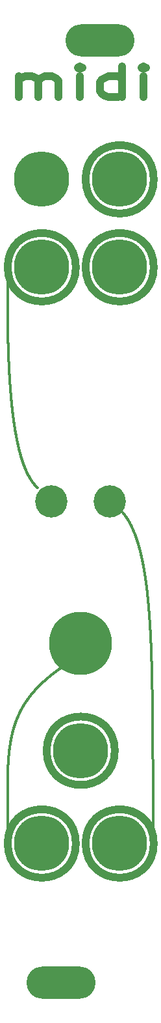
<source format=gts>
G04 #@! TF.GenerationSoftware,KiCad,Pcbnew,9.0.7*
G04 #@! TF.CreationDate,2026-01-04T21:32:23+01:00*
G04 #@! TF.ProjectId,board_F,626f6172-645f-4462-9e6b-696361645f70,rev?*
G04 #@! TF.SameCoordinates,Original*
G04 #@! TF.FileFunction,Soldermask,Top*
G04 #@! TF.FilePolarity,Negative*
%FSLAX46Y46*%
G04 Gerber Fmt 4.6, Leading zero omitted, Abs format (unit mm)*
G04 Created by KiCad (PCBNEW 9.0.7) date 2026-01-04 21:32:23*
%MOMM*%
%LPD*%
G01*
G04 APERTURE LIST*
%ADD10C,0.300000*%
%ADD11C,1.000000*%
%ADD12C,7.200000*%
%ADD13C,4.200000*%
%ADD14C,8.200000*%
%ADD15O,9.000000X4.200000*%
G04 APERTURE END LIST*
D10*
X147460000Y-120320000D02*
X147440728Y-120333355D01*
X147421490Y-120346709D01*
X147402307Y-120360051D01*
X147383159Y-120373392D01*
X147364064Y-120386721D01*
X147345005Y-120400049D01*
X147325999Y-120413364D01*
X147307027Y-120426680D01*
X147288109Y-120439983D01*
X147269225Y-120453285D01*
X147250394Y-120466575D01*
X147231598Y-120479866D01*
X147212854Y-120493143D01*
X147194145Y-120506421D01*
X147175488Y-120519686D01*
X147156865Y-120532951D01*
X147138294Y-120546204D01*
X147119757Y-120559457D01*
X147101271Y-120572698D01*
X147082820Y-120585939D01*
X147064420Y-120599168D01*
X147046054Y-120612398D01*
X147027739Y-120625615D01*
X147009457Y-120638832D01*
X146991226Y-120652038D01*
X146973029Y-120665244D01*
X146954882Y-120678438D01*
X146936769Y-120691632D01*
X146918706Y-120704814D01*
X146900676Y-120717998D01*
X146882696Y-120731169D01*
X146864749Y-120744341D01*
X146846852Y-120757501D01*
X146828988Y-120770662D01*
X146811173Y-120783811D01*
X146793391Y-120796961D01*
X146775659Y-120810099D01*
X146757958Y-120823238D01*
X146740307Y-120836366D01*
X146722689Y-120849495D01*
X146705118Y-120862612D01*
X146687581Y-120875730D01*
X146670091Y-120888837D01*
X146652634Y-120901944D01*
X146635225Y-120915041D01*
X146617848Y-120928138D01*
X146600519Y-120941224D01*
X146583222Y-120954312D01*
X146565973Y-120967388D01*
X146548755Y-120980465D01*
X146531585Y-120993532D01*
X146514446Y-121006599D01*
X146497355Y-121019656D01*
X146480295Y-121032714D01*
X146463281Y-121045761D01*
X146446300Y-121058809D01*
X146429365Y-121071847D01*
X146412461Y-121084886D01*
X146395603Y-121097914D01*
X146378777Y-121110944D01*
X146361997Y-121123963D01*
X146345248Y-121136983D01*
X146328544Y-121149993D01*
X146311872Y-121163005D01*
X146295245Y-121176006D01*
X146278649Y-121189008D01*
X146262098Y-121202001D01*
X146245578Y-121214995D01*
X146229102Y-121227979D01*
X146212658Y-121240964D01*
X146196258Y-121253939D01*
X146179889Y-121266915D01*
X146163564Y-121279882D01*
X146147270Y-121292851D01*
X146131020Y-121305809D01*
X146114800Y-121318769D01*
X146098624Y-121331720D01*
X146082479Y-121344672D01*
X146066377Y-121357615D01*
X146050305Y-121370558D01*
X146034276Y-121383493D01*
X146018278Y-121396429D01*
X146002323Y-121409357D01*
X145986398Y-121422285D01*
X145970515Y-121435205D01*
X145954663Y-121448125D01*
X145938853Y-121461038D01*
X145923072Y-121473951D01*
X145907335Y-121486856D01*
X145891627Y-121499762D01*
X145875960Y-121512660D01*
X145860324Y-121525559D01*
X145844729Y-121538449D01*
X145829164Y-121551341D01*
X145813641Y-121564225D01*
X145798147Y-121577110D01*
X145782694Y-121589987D01*
X145767271Y-121602865D01*
X145751888Y-121615735D01*
X145736535Y-121628607D01*
X145721223Y-121641471D01*
X145705940Y-121654336D01*
X145690697Y-121667193D01*
X145675484Y-121680052D01*
X145660310Y-121692903D01*
X145645166Y-121705756D01*
X145630062Y-121718601D01*
X145614987Y-121731447D01*
X145599951Y-121744286D01*
X145584945Y-121757127D01*
X145569978Y-121769960D01*
X145555040Y-121782794D01*
X145540141Y-121795622D01*
X145525271Y-121808451D01*
X145510439Y-121821273D01*
X145495637Y-121834096D01*
X145480873Y-121846912D01*
X145466138Y-121859730D01*
X145451441Y-121872541D01*
X145436773Y-121885354D01*
X145422143Y-121898160D01*
X145407542Y-121910967D01*
X145392978Y-121923768D01*
X145378443Y-121936570D01*
X145363946Y-121949366D01*
X145349477Y-121962164D01*
X145335045Y-121974955D01*
X145320642Y-121987747D01*
X145306276Y-122000534D01*
X145291938Y-122013322D01*
X145277638Y-122026104D01*
X145263365Y-122038887D01*
X145249129Y-122051664D01*
X145234921Y-122064444D01*
X145220750Y-122077217D01*
X145206607Y-122089992D01*
X145192500Y-122102760D01*
X145178421Y-122115531D01*
X145164378Y-122128296D01*
X145150362Y-122141063D01*
X145136383Y-122153824D01*
X145122432Y-122166587D01*
X145108516Y-122179344D01*
X145094628Y-122192103D01*
X145080775Y-122204857D01*
X145066950Y-122217613D01*
X145053160Y-122230363D01*
X145039397Y-122243115D01*
X145025670Y-122255862D01*
X145011969Y-122268610D01*
X144998304Y-122281354D01*
X144984666Y-122294099D01*
X144971063Y-122306840D01*
X144957487Y-122319582D01*
X144943945Y-122332320D01*
X144930430Y-122345059D01*
X144916950Y-122357794D01*
X144903497Y-122370531D01*
X144890078Y-122383263D01*
X144876685Y-122395997D01*
X144863327Y-122408726D01*
X144849995Y-122421458D01*
X144836697Y-122434185D01*
X144823426Y-122446914D01*
X144810188Y-122459638D01*
X144796977Y-122472365D01*
X144783799Y-122485088D01*
X144770648Y-122497813D01*
X144757529Y-122510533D01*
X144744438Y-122523256D01*
X144731379Y-122535974D01*
X144718346Y-122548695D01*
X144705347Y-122561412D01*
X144692373Y-122574131D01*
X144679432Y-122586846D01*
X144666518Y-122599563D01*
X144653635Y-122612277D01*
X144640779Y-122624993D01*
X144627955Y-122637705D01*
X144615157Y-122650420D01*
X144602391Y-122663131D01*
X144589651Y-122675844D01*
X144576943Y-122688554D01*
X144564260Y-122701267D01*
X144551610Y-122713975D01*
X144538985Y-122726687D01*
X144526391Y-122739395D01*
X144513823Y-122752106D01*
X144501287Y-122764813D01*
X144488776Y-122777523D01*
X144476296Y-122790230D01*
X144463842Y-122802939D01*
X144451418Y-122815646D01*
X144439020Y-122828355D01*
X144426653Y-122841061D01*
X144414311Y-122853769D01*
X144402000Y-122866475D01*
X144389714Y-122879184D01*
X144377458Y-122891890D01*
X144365228Y-122904598D01*
X144353028Y-122917304D01*
X144340853Y-122930013D01*
X144328708Y-122942719D01*
X144316588Y-122955428D01*
X144304498Y-122968135D01*
X144292432Y-122980845D01*
X144280397Y-122993552D01*
X144268386Y-123006262D01*
X144256405Y-123018970D01*
X144244449Y-123031680D01*
X144232522Y-123044389D01*
X144220620Y-123057100D01*
X144208748Y-123069810D01*
X144196899Y-123082522D01*
X144185080Y-123095233D01*
X144173286Y-123107947D01*
X144161520Y-123120658D01*
X144149779Y-123133373D01*
X144138066Y-123146086D01*
X144126378Y-123158803D01*
X144114719Y-123171517D01*
X144103084Y-123184235D01*
X144091477Y-123196951D01*
X144079894Y-123209671D01*
X144068340Y-123222389D01*
X144056810Y-123235110D01*
X144045308Y-123247830D01*
X144033830Y-123260553D01*
X144022380Y-123273275D01*
X144010954Y-123286000D01*
X143999556Y-123298724D01*
X143988182Y-123311452D01*
X143976835Y-123324178D01*
X143965513Y-123336908D01*
X143954217Y-123349637D01*
X143942946Y-123362369D01*
X143931702Y-123375101D01*
X143920482Y-123387836D01*
X143909289Y-123400570D01*
X143898119Y-123413308D01*
X143886977Y-123426045D01*
X143875858Y-123438785D01*
X143864766Y-123451526D01*
X143853697Y-123464269D01*
X143842655Y-123477013D01*
X143831637Y-123489760D01*
X143820645Y-123502507D01*
X143809677Y-123515257D01*
X143798735Y-123528007D01*
X143787816Y-123540761D01*
X143776923Y-123553515D01*
X143766054Y-123566272D01*
X143755211Y-123579030D01*
X143744391Y-123591791D01*
X143733597Y-123604552D01*
X143722827Y-123617317D01*
X143712082Y-123630083D01*
X143701360Y-123642852D01*
X143690663Y-123655622D01*
X143679990Y-123668395D01*
X143669342Y-123681169D01*
X143658717Y-123693947D01*
X143648118Y-123706726D01*
X143637541Y-123719508D01*
X143626990Y-123732291D01*
X143616461Y-123745078D01*
X143605958Y-123757866D01*
X143595477Y-123770658D01*
X143585021Y-123783451D01*
X143574588Y-123796247D01*
X143564180Y-123809046D01*
X143553794Y-123821847D01*
X143543433Y-123834651D01*
X143533094Y-123847458D01*
X143522780Y-123860266D01*
X143512489Y-123873079D01*
X143502221Y-123885893D01*
X143491977Y-123898711D01*
X143481756Y-123911531D01*
X143471558Y-123924355D01*
X143461384Y-123937181D01*
X143451232Y-123950010D01*
X143441104Y-123962842D01*
X143430999Y-123975677D01*
X143420917Y-123988515D01*
X143410858Y-124001357D01*
X143400822Y-124014201D01*
X143390809Y-124027049D01*
X143380818Y-124039900D01*
X143370850Y-124052755D01*
X143360906Y-124065612D01*
X143350983Y-124078473D01*
X143341084Y-124091337D01*
X143331207Y-124104205D01*
X143321352Y-124117076D01*
X143311520Y-124129951D01*
X143301711Y-124142829D01*
X143291924Y-124155711D01*
X143282159Y-124168596D01*
X143272416Y-124181485D01*
X143262696Y-124194378D01*
X143252998Y-124207275D01*
X143243323Y-124220175D01*
X143233669Y-124233079D01*
X143224037Y-124245987D01*
X143214428Y-124258899D01*
X143204840Y-124271815D01*
X143195275Y-124284735D01*
X143185731Y-124297658D01*
X143176209Y-124310586D01*
X143166709Y-124323518D01*
X143157231Y-124336454D01*
X143147774Y-124349395D01*
X143138339Y-124362339D01*
X143128926Y-124375288D01*
X143119535Y-124388241D01*
X143110164Y-124401199D01*
X143100816Y-124414160D01*
X143091489Y-124427127D01*
X143082183Y-124440097D01*
X143072899Y-124453073D01*
X143063636Y-124466052D01*
X143054394Y-124479037D01*
X143045174Y-124492025D01*
X143035974Y-124505019D01*
X143026796Y-124518017D01*
X143017639Y-124531021D01*
X143008503Y-124544028D01*
X142999388Y-124557042D01*
X142990295Y-124570059D01*
X142981221Y-124583082D01*
X142972170Y-124596109D01*
X142963138Y-124609142D01*
X142954128Y-124622179D01*
X142945138Y-124635222D01*
X142936170Y-124648270D01*
X142927221Y-124661323D01*
X142918294Y-124674381D01*
X142909387Y-124687445D01*
X142900501Y-124700513D01*
X142891635Y-124713588D01*
X142882790Y-124726667D01*
X142873965Y-124739752D01*
X142865161Y-124752842D01*
X142856377Y-124765939D01*
X142847613Y-124779040D01*
X142838870Y-124792147D01*
X142830147Y-124805260D01*
X142821444Y-124818379D01*
X142812761Y-124831502D01*
X142804098Y-124844633D01*
X142795456Y-124857768D01*
X142786834Y-124870911D01*
X142778232Y-124884058D01*
X142769649Y-124897212D01*
X142761087Y-124910371D01*
X142752544Y-124923538D01*
X142744022Y-124936709D01*
X142735519Y-124949887D01*
X142727036Y-124963071D01*
X142710129Y-124989458D01*
X142693301Y-125015870D01*
X142676552Y-125042308D01*
X142659880Y-125068772D01*
X142643287Y-125095263D01*
X142626771Y-125121780D01*
X142610332Y-125148325D01*
X142593970Y-125174897D01*
X142577685Y-125201497D01*
X142561477Y-125228125D01*
X142545344Y-125254782D01*
X142529287Y-125281468D01*
X142513306Y-125308183D01*
X142497401Y-125334929D01*
X142481570Y-125361704D01*
X142465814Y-125388511D01*
X142450133Y-125415348D01*
X142434526Y-125442216D01*
X142418992Y-125469117D01*
X142403533Y-125496050D01*
X142388147Y-125523015D01*
X142372834Y-125550013D01*
X142357594Y-125577045D01*
X142342427Y-125604111D01*
X142327332Y-125631211D01*
X142312310Y-125658346D01*
X142297359Y-125685516D01*
X142282480Y-125712721D01*
X142267672Y-125739963D01*
X142252936Y-125767241D01*
X142238271Y-125794555D01*
X142223676Y-125821908D01*
X142209152Y-125849297D01*
X142194698Y-125876725D01*
X142180315Y-125904192D01*
X142166001Y-125931697D01*
X142151756Y-125959242D01*
X142137581Y-125986827D01*
X142123475Y-126014453D01*
X142109438Y-126042119D01*
X142095470Y-126069827D01*
X142081570Y-126097576D01*
X142067738Y-126125368D01*
X142053975Y-126153203D01*
X142040279Y-126181080D01*
X142026651Y-126209002D01*
X142013090Y-126236968D01*
X141999596Y-126264978D01*
X141986170Y-126293033D01*
X141972810Y-126321135D01*
X141959517Y-126349282D01*
X141946290Y-126377476D01*
X141933129Y-126405717D01*
X141920035Y-126434006D01*
X141907006Y-126462343D01*
X141894043Y-126490729D01*
X141881145Y-126519164D01*
X141868312Y-126547648D01*
X141855545Y-126576183D01*
X141842842Y-126604769D01*
X141830204Y-126633406D01*
X141817630Y-126662095D01*
X141805121Y-126690837D01*
X141792676Y-126719631D01*
X141780295Y-126748479D01*
X141767978Y-126777382D01*
X141755724Y-126806338D01*
X141743534Y-126835350D01*
X141731407Y-126864418D01*
X141719343Y-126893543D01*
X141707342Y-126922724D01*
X141695404Y-126951963D01*
X141683529Y-126981260D01*
X141671716Y-127010615D01*
X141659965Y-127040030D01*
X141648276Y-127069505D01*
X141636650Y-127099041D01*
X141625085Y-127128638D01*
X141613582Y-127158297D01*
X141602140Y-127188018D01*
X141590760Y-127217802D01*
X141579441Y-127247650D01*
X141568183Y-127277562D01*
X141556986Y-127307540D01*
X141545850Y-127337583D01*
X141534775Y-127367692D01*
X141523760Y-127397869D01*
X141512806Y-127428113D01*
X141501911Y-127458426D01*
X141491077Y-127488808D01*
X141480303Y-127519259D01*
X141469589Y-127549781D01*
X141458935Y-127580375D01*
X141448340Y-127611040D01*
X141437804Y-127641778D01*
X141427328Y-127672589D01*
X141416912Y-127703475D01*
X141406554Y-127734435D01*
X141396255Y-127765471D01*
X141386015Y-127796584D01*
X141375834Y-127827773D01*
X141365712Y-127859041D01*
X141355648Y-127890387D01*
X141345643Y-127921813D01*
X141335696Y-127953320D01*
X141325807Y-127984907D01*
X141315976Y-128016577D01*
X141306204Y-128048329D01*
X141296489Y-128080165D01*
X141286832Y-128112086D01*
X141277233Y-128144092D01*
X141267691Y-128176184D01*
X141258207Y-128208363D01*
X141248780Y-128240630D01*
X141239410Y-128272987D01*
X141230098Y-128305433D01*
X141220843Y-128337970D01*
X141211645Y-128370598D01*
X141202504Y-128403320D01*
X141193420Y-128436134D01*
X141184392Y-128469044D01*
X141175421Y-128502049D01*
X141166507Y-128535150D01*
X141157650Y-128568349D01*
X141148849Y-128601646D01*
X141140104Y-128635043D01*
X141131416Y-128668541D01*
X141122783Y-128702140D01*
X141114207Y-128735842D01*
X141105687Y-128769647D01*
X141097224Y-128803558D01*
X141088816Y-128837575D01*
X141080463Y-128871698D01*
X141072167Y-128905930D01*
X141063927Y-128940271D01*
X141055742Y-128974723D01*
X141047613Y-129009286D01*
X141039539Y-129043963D01*
X141031521Y-129078753D01*
X141023559Y-129113659D01*
X141015651Y-129148682D01*
X141007800Y-129183822D01*
X141000003Y-129219081D01*
X140992262Y-129254461D01*
X140984576Y-129289963D01*
X140976945Y-129325588D01*
X140969369Y-129361337D01*
X140961848Y-129397212D01*
X140954382Y-129433214D01*
X140946971Y-129469345D01*
X140939616Y-129505606D01*
X140932315Y-129541999D01*
X140925068Y-129578524D01*
X140917877Y-129615185D01*
X140910741Y-129651981D01*
X140903659Y-129688914D01*
X140896632Y-129725987D01*
X140889659Y-129763201D01*
X140882742Y-129800557D01*
X140875878Y-129838057D01*
X140869070Y-129875703D01*
X140862316Y-129913496D01*
X140855617Y-129951439D01*
X140848972Y-129989532D01*
X140842381Y-130027778D01*
X140835846Y-130066179D01*
X140829364Y-130104736D01*
X140822937Y-130143452D01*
X140816565Y-130182327D01*
X140810247Y-130221365D01*
X140803983Y-130260567D01*
X140797774Y-130299935D01*
X140791619Y-130339471D01*
X140785518Y-130379178D01*
X140779472Y-130419057D01*
X140773480Y-130459111D01*
X140767543Y-130499342D01*
X140761660Y-130539751D01*
X140755831Y-130580343D01*
X140750057Y-130621118D01*
X140744337Y-130662079D01*
X140738671Y-130703229D01*
X140733060Y-130744569D01*
X140727503Y-130786104D01*
X140722001Y-130827834D01*
X140716553Y-130869764D01*
X140711159Y-130911895D01*
X140705820Y-130954230D01*
X140700535Y-130996773D01*
X140695305Y-131039525D01*
X140690129Y-131082490D01*
X140685007Y-131125672D01*
X140679941Y-131169072D01*
X140674928Y-131212694D01*
X140669971Y-131256542D01*
X140665067Y-131300618D01*
X140660219Y-131344926D01*
X140655425Y-131389469D01*
X140650686Y-131434251D01*
X140646001Y-131479276D01*
X140641371Y-131524547D01*
X140636796Y-131570067D01*
X140632276Y-131615842D01*
X140627811Y-131661874D01*
X140623400Y-131708167D01*
X140619044Y-131754727D01*
X140614744Y-131801556D01*
X140610498Y-131848661D01*
X140606308Y-131896044D01*
X140602173Y-131943711D01*
X140598092Y-131991666D01*
X140594068Y-132039914D01*
X140590098Y-132088460D01*
X140586184Y-132137310D01*
X140582325Y-132186469D01*
X140578521Y-132235941D01*
X140574774Y-132285733D01*
X140571081Y-132335851D01*
X140567445Y-132386299D01*
X140563864Y-132437085D01*
X140560339Y-132488215D01*
X140556870Y-132539696D01*
X140553457Y-132591533D01*
X140550101Y-132643734D01*
X140546800Y-132696306D01*
X140543555Y-132749256D01*
X140540367Y-132802593D01*
X140537236Y-132856323D01*
X140534161Y-132910456D01*
X140531142Y-132964999D01*
X140528181Y-133019962D01*
X140525276Y-133075353D01*
X140522428Y-133131182D01*
X140519637Y-133187458D01*
X140516904Y-133244193D01*
X140514228Y-133301396D01*
X140511609Y-133359078D01*
X140509048Y-133417251D01*
X140506545Y-133475927D01*
X140504100Y-133535118D01*
X140501713Y-133594838D01*
X140499384Y-133655099D01*
X140497113Y-133715915D01*
X140494901Y-133777303D01*
X140492748Y-133839276D01*
X140490654Y-133901851D01*
X140488619Y-133965045D01*
X140486643Y-134028877D01*
X140484726Y-134093364D01*
X140482870Y-134158527D01*
X140481073Y-134224385D01*
X140479336Y-134290962D01*
X140477660Y-134358280D01*
X140476045Y-134426364D01*
X140474491Y-134495239D01*
X140472997Y-134564933D01*
X140471566Y-134635475D01*
X140470196Y-134706896D01*
X140468889Y-134779230D01*
X140467644Y-134852511D01*
X140466462Y-134926777D01*
X140465343Y-135002069D01*
X140464289Y-135078431D01*
X140463298Y-135155908D01*
X140462372Y-135234553D01*
X140461512Y-135314419D01*
X140460717Y-135395565D01*
X140459988Y-135478058D01*
X140459327Y-135561967D01*
X140458733Y-135647371D01*
X140458208Y-135734354D01*
X140457752Y-135823011D01*
X140457367Y-135913448D01*
X140457053Y-136005780D01*
X140456811Y-136100140D01*
X140456643Y-136196677D01*
X140456551Y-136295558D01*
X140456535Y-136396978D01*
X140456598Y-136501161D01*
X140456742Y-136608367D01*
X140456970Y-136718904D01*
X140457284Y-136833141D01*
X140457688Y-136951525D01*
X140458187Y-137074607D01*
X140458787Y-137203083D01*
X140459494Y-137337854D01*
X140460319Y-137480125D01*
X140461275Y-137631572D01*
X140462382Y-137794666D01*
X140463671Y-137973335D01*
X140465198Y-138174602D01*
X140467085Y-138413751D01*
X140469412Y-138701778D01*
X140471531Y-138963774D01*
X140473622Y-139228048D01*
X140474644Y-139361047D01*
X140475643Y-139494624D01*
X140476612Y-139628782D01*
X140477547Y-139763525D01*
X140478441Y-139898854D01*
X140479290Y-140034773D01*
X140480087Y-140171284D01*
X140480827Y-140308391D01*
X140481504Y-140446097D01*
X140482113Y-140584403D01*
X140482648Y-140723314D01*
X140482886Y-140792997D01*
X140483104Y-140862832D01*
X140483300Y-140932819D01*
X140483474Y-141002959D01*
X140483626Y-141073253D01*
X140483754Y-141143700D01*
X140483858Y-141214300D01*
X140483937Y-141285055D01*
X140483991Y-141355965D01*
X140484018Y-141427029D01*
X140484019Y-141498249D01*
X140483992Y-141569625D01*
X140483937Y-141641156D01*
X140483853Y-141712844D01*
X140483739Y-141784689D01*
X140483594Y-141856691D01*
X140483419Y-141928850D01*
X140483212Y-142001168D01*
X140482972Y-142073643D01*
X140482699Y-142146277D01*
X140482392Y-142219070D01*
X140482051Y-142292022D01*
X140481674Y-142365134D01*
X140481262Y-142438405D01*
X140480812Y-142511837D01*
X140480325Y-142585430D01*
X140479800Y-142659184D01*
X140479237Y-142733099D01*
X140478633Y-142807176D01*
X140477990Y-142881415D01*
X140477306Y-142955817D01*
X140476580Y-143030381D01*
X140475811Y-143105109D01*
X140475000Y-143180000D01*
D11*
X154445000Y-131115000D02*
G75*
G02*
X145555000Y-131115000I-4445000J0D01*
G01*
X145555000Y-131115000D02*
G75*
G02*
X154445000Y-131115000I4445000J0D01*
G01*
X159525000Y-68250000D02*
G75*
G02*
X150635000Y-68250000I-4445000J0D01*
G01*
X150635000Y-68250000D02*
G75*
G02*
X159525000Y-68250000I4445000J0D01*
G01*
X159525000Y-143180000D02*
G75*
G02*
X150635000Y-143180000I-4445000J0D01*
G01*
X150635000Y-143180000D02*
G75*
G02*
X159525000Y-143180000I4445000J0D01*
G01*
D10*
X140475000Y-68250000D02*
X140474035Y-68347479D01*
X140473091Y-68444962D01*
X140472179Y-68541157D01*
X140471287Y-68637354D01*
X140470427Y-68732322D01*
X140469587Y-68827291D01*
X140468778Y-68921087D01*
X140467989Y-69014882D01*
X140467229Y-69107555D01*
X140466490Y-69200225D01*
X140465779Y-69291820D01*
X140465089Y-69383411D01*
X140464426Y-69473970D01*
X140463784Y-69564523D01*
X140463169Y-69654084D01*
X140462574Y-69743638D01*
X140462006Y-69832238D01*
X140461458Y-69920829D01*
X140460935Y-70008501D01*
X140460433Y-70096162D01*
X140459956Y-70182937D01*
X140459500Y-70269700D01*
X140459068Y-70355606D01*
X140458656Y-70441500D01*
X140458268Y-70526566D01*
X140457901Y-70611618D01*
X140457557Y-70695868D01*
X140457233Y-70780103D01*
X140456933Y-70863562D01*
X140456653Y-70947005D01*
X140456395Y-71029696D01*
X140456157Y-71112369D01*
X140455942Y-71194311D01*
X140455747Y-71276236D01*
X140455574Y-71357451D01*
X140455420Y-71438647D01*
X140455289Y-71519153D01*
X140455177Y-71599640D01*
X140455087Y-71679456D01*
X140455016Y-71759251D01*
X140454967Y-71838393D01*
X140454937Y-71917514D01*
X140454928Y-71995998D01*
X140454939Y-72074461D01*
X140454970Y-72152302D01*
X140455021Y-72230122D01*
X140455092Y-72307336D01*
X140455182Y-72384527D01*
X140455293Y-72461128D01*
X140455423Y-72537704D01*
X140455572Y-72613704D01*
X140455742Y-72689679D01*
X140455930Y-72765091D01*
X140456139Y-72840478D01*
X140456366Y-72915313D01*
X140456613Y-72990123D01*
X140456878Y-73064394D01*
X140457163Y-73138640D01*
X140457467Y-73212357D01*
X140457790Y-73286048D01*
X140458131Y-73359223D01*
X140458492Y-73432370D01*
X140458871Y-73505012D01*
X140459270Y-73577626D01*
X140459686Y-73649745D01*
X140460122Y-73721836D01*
X140460575Y-73793440D01*
X140461048Y-73865017D01*
X140461538Y-73936117D01*
X140462048Y-74007188D01*
X140462575Y-74077791D01*
X140463122Y-74148365D01*
X140463685Y-74218481D01*
X140464268Y-74288567D01*
X140464867Y-74358202D01*
X140465486Y-74427807D01*
X140466121Y-74496970D01*
X140466776Y-74566102D01*
X140467447Y-74634800D01*
X140468138Y-74703467D01*
X140468844Y-74771707D01*
X140469571Y-74839916D01*
X140470313Y-74907705D01*
X140471074Y-74975462D01*
X140471852Y-75042807D01*
X140472648Y-75110119D01*
X140473461Y-75177026D01*
X140474292Y-75243900D01*
X140475139Y-75310375D01*
X140476006Y-75376817D01*
X140476887Y-75442866D01*
X140477788Y-75508882D01*
X140478704Y-75574511D01*
X140479640Y-75640107D01*
X140480590Y-75705321D01*
X140481560Y-75770503D01*
X140482544Y-75835308D01*
X140483548Y-75900080D01*
X140484566Y-75964483D01*
X140485604Y-76028851D01*
X140486656Y-76092854D01*
X140487727Y-76156824D01*
X140488813Y-76220434D01*
X140489918Y-76284010D01*
X140491037Y-76347231D01*
X140492175Y-76410418D01*
X140493327Y-76473256D01*
X140494499Y-76536058D01*
X140495684Y-76598517D01*
X140496889Y-76660939D01*
X140498107Y-76723023D01*
X140499344Y-76785070D01*
X140500595Y-76846783D01*
X140501865Y-76908460D01*
X140503149Y-76969806D01*
X140504452Y-77031116D01*
X140505768Y-77092099D01*
X140507103Y-77153047D01*
X140508451Y-77213672D01*
X140509819Y-77274261D01*
X140511199Y-77334531D01*
X140512599Y-77394765D01*
X140514011Y-77454685D01*
X140515443Y-77514568D01*
X140516887Y-77574140D01*
X140518350Y-77633676D01*
X140519826Y-77692905D01*
X140521321Y-77752097D01*
X140522829Y-77810986D01*
X140524356Y-77869838D01*
X140525894Y-77928390D01*
X140527452Y-77986905D01*
X140529023Y-78045123D01*
X140530612Y-78103305D01*
X140532213Y-78161193D01*
X140533834Y-78219045D01*
X140535466Y-78276606D01*
X140537117Y-78334130D01*
X140538780Y-78391368D01*
X140540462Y-78448568D01*
X140542156Y-78505486D01*
X140543869Y-78562365D01*
X140545594Y-78618964D01*
X140547337Y-78675525D01*
X140549092Y-78731809D01*
X140550866Y-78788055D01*
X140552651Y-78844028D01*
X140554455Y-78899961D01*
X140556270Y-78955624D01*
X140558104Y-79011249D01*
X140559950Y-79066605D01*
X140561814Y-79121922D01*
X140563689Y-79176975D01*
X140565583Y-79231988D01*
X140567488Y-79286739D01*
X140569412Y-79341451D01*
X140571347Y-79395903D01*
X140573300Y-79450316D01*
X140575264Y-79504471D01*
X140577247Y-79558588D01*
X140579241Y-79612449D01*
X140581253Y-79666272D01*
X140583276Y-79719842D01*
X140585317Y-79773373D01*
X140587369Y-79826654D01*
X140589440Y-79879896D01*
X140591521Y-79932890D01*
X140593620Y-79985845D01*
X140595730Y-80038554D01*
X140597858Y-80091224D01*
X140599997Y-80143651D01*
X140602154Y-80196039D01*
X140604321Y-80248186D01*
X140606506Y-80300293D01*
X140608702Y-80352162D01*
X140610916Y-80403991D01*
X140613140Y-80455584D01*
X140615383Y-80507137D01*
X140617635Y-80558456D01*
X140619905Y-80609735D01*
X140622186Y-80660783D01*
X140624484Y-80711790D01*
X140626793Y-80762567D01*
X140629119Y-80813304D01*
X140631456Y-80863814D01*
X140633810Y-80914283D01*
X140636174Y-80964526D01*
X140638556Y-81014729D01*
X140640948Y-81064709D01*
X140643357Y-81114648D01*
X140645776Y-81164364D01*
X140648214Y-81214041D01*
X140650660Y-81263498D01*
X140653125Y-81312914D01*
X140655598Y-81362112D01*
X140658090Y-81411269D01*
X140660591Y-81460210D01*
X140663110Y-81509111D01*
X140665638Y-81557797D01*
X140668184Y-81606442D01*
X140670738Y-81654875D01*
X140673311Y-81703267D01*
X140675893Y-81751448D01*
X140678492Y-81799588D01*
X140681100Y-81847519D01*
X140683727Y-81895409D01*
X140686361Y-81943091D01*
X140689014Y-81990733D01*
X140691675Y-82038168D01*
X140694354Y-82085563D01*
X140697042Y-82132753D01*
X140699747Y-82179903D01*
X140702461Y-82226850D01*
X140705192Y-82273756D01*
X140707932Y-82320460D01*
X140710689Y-82367124D01*
X140713455Y-82413588D01*
X140716238Y-82460011D01*
X140719030Y-82506236D01*
X140721839Y-82552420D01*
X140724656Y-82598408D01*
X140727491Y-82644354D01*
X140730334Y-82690105D01*
X140733195Y-82735816D01*
X140736063Y-82781332D01*
X140738949Y-82826808D01*
X140741843Y-82872091D01*
X140744754Y-82917333D01*
X140747673Y-82962385D01*
X140750609Y-83007395D01*
X140753554Y-83052216D01*
X140756515Y-83096996D01*
X140759484Y-83141588D01*
X140762471Y-83186139D01*
X140765465Y-83230503D01*
X140768477Y-83274826D01*
X140771496Y-83318963D01*
X140774532Y-83363060D01*
X140777575Y-83406972D01*
X140780636Y-83450844D01*
X140783704Y-83494532D01*
X140786790Y-83538180D01*
X140789883Y-83581646D01*
X140792992Y-83625071D01*
X140796109Y-83668315D01*
X140799244Y-83711519D01*
X140802385Y-83754544D01*
X140805543Y-83797528D01*
X140808709Y-83840333D01*
X140811891Y-83883098D01*
X140815081Y-83925687D01*
X140818287Y-83968234D01*
X140821500Y-84010606D01*
X140824731Y-84052937D01*
X140827968Y-84095094D01*
X140831222Y-84137209D01*
X140834483Y-84179152D01*
X140837760Y-84221054D01*
X140841045Y-84262784D01*
X140844346Y-84304473D01*
X140847654Y-84345991D01*
X140850978Y-84387469D01*
X140854309Y-84428776D01*
X140857657Y-84470043D01*
X140861012Y-84511141D01*
X140864383Y-84552199D01*
X140867760Y-84593089D01*
X140871155Y-84633938D01*
X140874555Y-84674621D01*
X140877973Y-84715263D01*
X140881396Y-84755739D01*
X140884836Y-84796175D01*
X140888282Y-84836447D01*
X140891745Y-84876678D01*
X140895214Y-84916746D01*
X140898700Y-84956773D01*
X140902191Y-84996638D01*
X140905699Y-85036462D01*
X140909213Y-85076125D01*
X140912744Y-85115747D01*
X140916280Y-85155210D01*
X140919833Y-85194631D01*
X140923391Y-85233894D01*
X140926966Y-85273116D01*
X140930547Y-85312179D01*
X140934144Y-85351203D01*
X140937747Y-85390069D01*
X140941366Y-85428894D01*
X140944991Y-85467563D01*
X140948632Y-85506192D01*
X140952278Y-85544666D01*
X140955941Y-85583099D01*
X140959609Y-85621378D01*
X140963294Y-85659616D01*
X140966983Y-85697701D01*
X140970689Y-85735745D01*
X140974401Y-85773637D01*
X140978128Y-85811489D01*
X140981861Y-85849189D01*
X140985610Y-85886849D01*
X140989364Y-85924359D01*
X140993134Y-85961828D01*
X140996909Y-85999147D01*
X141000700Y-86036426D01*
X141004496Y-86073556D01*
X141008308Y-86110646D01*
X141012126Y-86147588D01*
X141015959Y-86184490D01*
X141019797Y-86221245D01*
X141023651Y-86257960D01*
X141027509Y-86294528D01*
X141031384Y-86331057D01*
X141035264Y-86367440D01*
X141039159Y-86403783D01*
X141043059Y-86439982D01*
X141046975Y-86476140D01*
X141050895Y-86512155D01*
X141054831Y-86548130D01*
X141058772Y-86583962D01*
X141062728Y-86619754D01*
X141066689Y-86655404D01*
X141070666Y-86691015D01*
X141074647Y-86726484D01*
X141078644Y-86761913D01*
X141082645Y-86797202D01*
X141086661Y-86832451D01*
X141090682Y-86867560D01*
X141094719Y-86902630D01*
X141098760Y-86937561D01*
X141102816Y-86972452D01*
X141106876Y-87007206D01*
X141110952Y-87041919D01*
X141115032Y-87076496D01*
X141119128Y-87111033D01*
X141123227Y-87145433D01*
X141127342Y-87179794D01*
X141131461Y-87214019D01*
X141135596Y-87248205D01*
X141139734Y-87282255D01*
X141143887Y-87316267D01*
X141148045Y-87350144D01*
X141152218Y-87383982D01*
X141156394Y-87417686D01*
X141160586Y-87451351D01*
X141164781Y-87484883D01*
X141168992Y-87518376D01*
X141173206Y-87551737D01*
X141177436Y-87585059D01*
X141181669Y-87618249D01*
X141185917Y-87651401D01*
X141190169Y-87684422D01*
X141194436Y-87717404D01*
X141198706Y-87750255D01*
X141202991Y-87783068D01*
X141207280Y-87815752D01*
X141211584Y-87848397D01*
X141215891Y-87880913D01*
X141220213Y-87913391D01*
X141224539Y-87945741D01*
X141228879Y-87978051D01*
X141233223Y-88010235D01*
X141237581Y-88042380D01*
X141241943Y-88074399D01*
X141246319Y-88106379D01*
X141250699Y-88138233D01*
X141255093Y-88170049D01*
X141259491Y-88201739D01*
X141263903Y-88233391D01*
X141268318Y-88264919D01*
X141272748Y-88296408D01*
X141277181Y-88327774D01*
X141281628Y-88359100D01*
X141286079Y-88390304D01*
X141290544Y-88421470D01*
X141295012Y-88452513D01*
X141299494Y-88483518D01*
X141303979Y-88514401D01*
X141308479Y-88545245D01*
X141312982Y-88575969D01*
X141317499Y-88606654D01*
X141322018Y-88637219D01*
X141326552Y-88667746D01*
X141331089Y-88698153D01*
X141335640Y-88728522D01*
X141340194Y-88758772D01*
X141344762Y-88788983D01*
X141349332Y-88819076D01*
X141353917Y-88849131D01*
X141358504Y-88879068D01*
X141363106Y-88908968D01*
X141367710Y-88938750D01*
X141372328Y-88968494D01*
X141376949Y-88998121D01*
X141381583Y-89027711D01*
X141386220Y-89057184D01*
X141390872Y-89086620D01*
X141395525Y-89115940D01*
X141400192Y-89145223D01*
X141404862Y-89174390D01*
X141409546Y-89203520D01*
X141414231Y-89232536D01*
X141418931Y-89261514D01*
X141423633Y-89290379D01*
X141428349Y-89319206D01*
X141433067Y-89347920D01*
X141437799Y-89376597D01*
X141442532Y-89405161D01*
X141447280Y-89433687D01*
X141452029Y-89462102D01*
X141456793Y-89490480D01*
X141461558Y-89518746D01*
X141466337Y-89546975D01*
X141471118Y-89575093D01*
X141475912Y-89603174D01*
X141480709Y-89631144D01*
X141485519Y-89659078D01*
X141490330Y-89686902D01*
X141495156Y-89714689D01*
X141499983Y-89742367D01*
X141504823Y-89770008D01*
X141509666Y-89797540D01*
X141514522Y-89825036D01*
X141519379Y-89852423D01*
X141524250Y-89879774D01*
X141529122Y-89907018D01*
X141534008Y-89934224D01*
X141538895Y-89961324D01*
X141543796Y-89988387D01*
X141548698Y-90015343D01*
X141553614Y-90042264D01*
X141558530Y-90069078D01*
X141563461Y-90095856D01*
X141568392Y-90122528D01*
X141573337Y-90149164D01*
X141578283Y-90175695D01*
X141583243Y-90202190D01*
X141588203Y-90228581D01*
X141593177Y-90254935D01*
X141598152Y-90281186D01*
X141603140Y-90307401D01*
X141608129Y-90333512D01*
X141613131Y-90359587D01*
X141618135Y-90385559D01*
X141623151Y-90411496D01*
X141628168Y-90437330D01*
X141633199Y-90463128D01*
X141638230Y-90488825D01*
X141643275Y-90514486D01*
X141648320Y-90540045D01*
X141653379Y-90565569D01*
X141658438Y-90590992D01*
X141663510Y-90616379D01*
X141668583Y-90641667D01*
X141673668Y-90666918D01*
X141678755Y-90692070D01*
X141683854Y-90717186D01*
X141688954Y-90742203D01*
X141694067Y-90767185D01*
X141699180Y-90792068D01*
X141704307Y-90816915D01*
X141709434Y-90841665D01*
X141714573Y-90866379D01*
X141719713Y-90890995D01*
X141724866Y-90915576D01*
X141730019Y-90940060D01*
X141735185Y-90964508D01*
X141740352Y-90988860D01*
X141745531Y-91013177D01*
X141750710Y-91037397D01*
X141755902Y-91061583D01*
X141761094Y-91085673D01*
X141766299Y-91109727D01*
X141771504Y-91133687D01*
X141776722Y-91157611D01*
X141781939Y-91181441D01*
X141787170Y-91205236D01*
X141792400Y-91228936D01*
X141797643Y-91252602D01*
X141802886Y-91276174D01*
X141808142Y-91299711D01*
X141813397Y-91323155D01*
X141818665Y-91346565D01*
X141823933Y-91369881D01*
X141829213Y-91393163D01*
X141834493Y-91416352D01*
X141839785Y-91439507D01*
X141845078Y-91462570D01*
X141850382Y-91485598D01*
X141855687Y-91508535D01*
X141861003Y-91531438D01*
X141866320Y-91554249D01*
X141871649Y-91577026D01*
X141876977Y-91599713D01*
X141882318Y-91622366D01*
X141887658Y-91644928D01*
X141893010Y-91667456D01*
X141898362Y-91689895D01*
X141903726Y-91712299D01*
X141909090Y-91734614D01*
X141914466Y-91756896D01*
X141919841Y-91779088D01*
X141925229Y-91801246D01*
X141930615Y-91823317D01*
X141936014Y-91845353D01*
X141941412Y-91867301D01*
X141946823Y-91889216D01*
X141952232Y-91911043D01*
X141957654Y-91932837D01*
X141963074Y-91954543D01*
X141968507Y-91976216D01*
X141973939Y-91997802D01*
X141979383Y-92019355D01*
X141984826Y-92040821D01*
X141990281Y-92062254D01*
X141995735Y-92083602D01*
X142001201Y-92104916D01*
X142006666Y-92126144D01*
X142012143Y-92147340D01*
X142017619Y-92168450D01*
X142023107Y-92189527D01*
X142028593Y-92210520D01*
X142034092Y-92231480D01*
X142039589Y-92252355D01*
X142045098Y-92273198D01*
X142050606Y-92293956D01*
X142056126Y-92314682D01*
X142061644Y-92335325D01*
X142067174Y-92355935D01*
X142072703Y-92376461D01*
X142078244Y-92396956D01*
X142083783Y-92417367D01*
X142089334Y-92437746D01*
X142094883Y-92458043D01*
X142100444Y-92478307D01*
X142106004Y-92498490D01*
X142111575Y-92518640D01*
X142117145Y-92538709D01*
X142122727Y-92558745D01*
X142128306Y-92578701D01*
X142133898Y-92598624D01*
X142139487Y-92618467D01*
X142145089Y-92638277D01*
X142150688Y-92658007D01*
X142156300Y-92677706D01*
X142161909Y-92697324D01*
X142167530Y-92716910D01*
X142173149Y-92736418D01*
X142178780Y-92755893D01*
X142184409Y-92775289D01*
X142190049Y-92794653D01*
X142195687Y-92813939D01*
X142201337Y-92833193D01*
X142206985Y-92852369D01*
X142212644Y-92871513D01*
X142218301Y-92890579D01*
X142223970Y-92909614D01*
X142229637Y-92928571D01*
X142235315Y-92947496D01*
X142240990Y-92966345D01*
X142246678Y-92985162D01*
X142252363Y-93003903D01*
X142258059Y-93022612D01*
X142263753Y-93041245D01*
X142269459Y-93059846D01*
X142275162Y-93078372D01*
X142280876Y-93096867D01*
X142286588Y-93115286D01*
X142292312Y-93133673D01*
X142298033Y-93151986D01*
X142303765Y-93170268D01*
X142309495Y-93188475D01*
X142315236Y-93206650D01*
X142320974Y-93224752D01*
X142326724Y-93242823D01*
X142332471Y-93260819D01*
X142338230Y-93278785D01*
X142343986Y-93296677D01*
X142349752Y-93314538D01*
X142355517Y-93332326D01*
X142361292Y-93350084D01*
X142367065Y-93367768D01*
X142372849Y-93385422D01*
X142378630Y-93403004D01*
X142384422Y-93420554D01*
X142390212Y-93438033D01*
X142396012Y-93455481D01*
X142401810Y-93472858D01*
X142407619Y-93490204D01*
X142413424Y-93507479D01*
X142419241Y-93524723D01*
X142425055Y-93541896D01*
X142430880Y-93559039D01*
X142436702Y-93576112D01*
X142442535Y-93593154D01*
X142448365Y-93610126D01*
X142454206Y-93627067D01*
X142460043Y-93643939D01*
X142465892Y-93660781D01*
X142471738Y-93677553D01*
X142477594Y-93694295D01*
X142483448Y-93710968D01*
X142489312Y-93727611D01*
X142495173Y-93744186D01*
X142501045Y-93760730D01*
X142506913Y-93777206D01*
X142512793Y-93793652D01*
X142518669Y-93810030D01*
X142524556Y-93826378D01*
X142530440Y-93842659D01*
X142536334Y-93858910D01*
X142542225Y-93875093D01*
X142548127Y-93891247D01*
X142554025Y-93907334D01*
X142559934Y-93923391D01*
X142565840Y-93939381D01*
X142571756Y-93955342D01*
X142577669Y-93971237D01*
X142583593Y-93987102D01*
X142589513Y-94002902D01*
X142595444Y-94018672D01*
X142601371Y-94034376D01*
X142607308Y-94050051D01*
X142613243Y-94065661D01*
X142619187Y-94081242D01*
X142625129Y-94096757D01*
X142631080Y-94112244D01*
X142637028Y-94127666D01*
X142642987Y-94143059D01*
X142648942Y-94158387D01*
X142654907Y-94173687D01*
X142660869Y-94188923D01*
X142666841Y-94204129D01*
X142672809Y-94219272D01*
X142678788Y-94234387D01*
X142684763Y-94249438D01*
X142690748Y-94264460D01*
X142696730Y-94279419D01*
X142702722Y-94294350D01*
X142708710Y-94309218D01*
X142714709Y-94324058D01*
X142720703Y-94338835D01*
X142726708Y-94353583D01*
X142732709Y-94368270D01*
X142738721Y-94382928D01*
X142744728Y-94397525D01*
X142750746Y-94412093D01*
X142756759Y-94426600D01*
X142762783Y-94441078D01*
X142768803Y-94455496D01*
X142774833Y-94469885D01*
X142780859Y-94484213D01*
X142786896Y-94498514D01*
X142792928Y-94512754D01*
X142798970Y-94526966D01*
X142805009Y-94541118D01*
X142811057Y-94555242D01*
X142817101Y-94569306D01*
X142823156Y-94583342D01*
X142829206Y-94597319D01*
X142835266Y-94611268D01*
X142841322Y-94625158D01*
X142847389Y-94639020D01*
X142853451Y-94652823D01*
X142859523Y-94666599D01*
X142865591Y-94680316D01*
X142871668Y-94694005D01*
X142877742Y-94707636D01*
X142883825Y-94721240D01*
X142889905Y-94734786D01*
X142895994Y-94748304D01*
X142902079Y-94761765D01*
X142908173Y-94775198D01*
X142914264Y-94788575D01*
X142920364Y-94801923D01*
X142926460Y-94815215D01*
X142932566Y-94828480D01*
X142938667Y-94841688D01*
X142944779Y-94854868D01*
X142950886Y-94867993D01*
X142957002Y-94881090D01*
X142963114Y-94894131D01*
X142969236Y-94907145D01*
X142975354Y-94920104D01*
X142981481Y-94933035D01*
X142987604Y-94945911D01*
X142993737Y-94958760D01*
X142999865Y-94971554D01*
X143006003Y-94984321D01*
X143012136Y-94997033D01*
X143018279Y-95009719D01*
X143024418Y-95022349D01*
X143030565Y-95034954D01*
X143036709Y-95047504D01*
X143042862Y-95060027D01*
X143049011Y-95072496D01*
X143055169Y-95084939D01*
X143061323Y-95097328D01*
X143067485Y-95109691D01*
X143073644Y-95122000D01*
X143079812Y-95134283D01*
X143085976Y-95146513D01*
X143092148Y-95158716D01*
X143098317Y-95170867D01*
X143104494Y-95182991D01*
X143110668Y-95195063D01*
X143116850Y-95207109D01*
X143123028Y-95219102D01*
X143129215Y-95231069D01*
X143135398Y-95242985D01*
X143141590Y-95254874D01*
X143147778Y-95266711D01*
X143153974Y-95278523D01*
X143160166Y-95290283D01*
X143166367Y-95302018D01*
X143172564Y-95313701D01*
X143178770Y-95325358D01*
X143184971Y-95336965D01*
X143191182Y-95348546D01*
X143197387Y-95360076D01*
X143203602Y-95371580D01*
X143209813Y-95383035D01*
X143216032Y-95394463D01*
X143222247Y-95405842D01*
X143228470Y-95417195D01*
X143234690Y-95428498D01*
X143240918Y-95439776D01*
X143247141Y-95451004D01*
X143253374Y-95462207D01*
X143259602Y-95473361D01*
X143265839Y-95484490D01*
X143272071Y-95495569D01*
X143278312Y-95506623D01*
X143284549Y-95517629D01*
X143290794Y-95528610D01*
X143297035Y-95539542D01*
X143303284Y-95550448D01*
X143309529Y-95561307D01*
X143315783Y-95572141D01*
X143322032Y-95582927D01*
X143328290Y-95593688D01*
X143334543Y-95604401D01*
X143340805Y-95615090D01*
X143347063Y-95625731D01*
X143353329Y-95636347D01*
X143359590Y-95646916D01*
X143365861Y-95657460D01*
X143372126Y-95667958D01*
X143378400Y-95678431D01*
X143384670Y-95688857D01*
X143390948Y-95699259D01*
X143397222Y-95709614D01*
X143403504Y-95719945D01*
X143409781Y-95730230D01*
X143416067Y-95740490D01*
X143422349Y-95750705D01*
X143428639Y-95760895D01*
X143434924Y-95771039D01*
X143441218Y-95781160D01*
X143447507Y-95791235D01*
X143453805Y-95801285D01*
X143460098Y-95811291D01*
X143466399Y-95821272D01*
X143472696Y-95831209D01*
X143479002Y-95841122D01*
X143485302Y-95850990D01*
X143491612Y-95860833D01*
X143497916Y-95870633D01*
X143504229Y-95880409D01*
X143510537Y-95890140D01*
X143516854Y-95899848D01*
X143523166Y-95909512D01*
X143529486Y-95919152D01*
X143535802Y-95928748D01*
X143542126Y-95938321D01*
X143548445Y-95947850D01*
X143554773Y-95957356D01*
X143561096Y-95966818D01*
X143567427Y-95976257D01*
X143573754Y-95985653D01*
X143580089Y-95995026D01*
X143586419Y-96004356D01*
X143592757Y-96013662D01*
X143599091Y-96022926D01*
X143605433Y-96032167D01*
X143611771Y-96041365D01*
X143618117Y-96050540D01*
X143624458Y-96059674D01*
X143630807Y-96068783D01*
X143637151Y-96077852D01*
X143643504Y-96086897D01*
X143649852Y-96095900D01*
X143656209Y-96104881D01*
X143662560Y-96113820D01*
X143668920Y-96122736D01*
X143675275Y-96131611D01*
X143681639Y-96140463D01*
X143687997Y-96149275D01*
X143694364Y-96158063D01*
X143700726Y-96166811D01*
X143707096Y-96175536D01*
X143713462Y-96184221D01*
X143719836Y-96192883D01*
X143726205Y-96201505D01*
X143732582Y-96210103D01*
X143738955Y-96218663D01*
X143745335Y-96227199D01*
X143751711Y-96235696D01*
X143758095Y-96244171D01*
X143764475Y-96252606D01*
X143770862Y-96261018D01*
X143777245Y-96269391D01*
X143783636Y-96277742D01*
X143790022Y-96286053D01*
X143796416Y-96294343D01*
X143802806Y-96302593D01*
X143809203Y-96310821D01*
X143815597Y-96319011D01*
X143821998Y-96327178D01*
X143828394Y-96335308D01*
X143834798Y-96343414D01*
X143841198Y-96351483D01*
X143847606Y-96359530D01*
X143854009Y-96367539D01*
X143860420Y-96375525D01*
X143866827Y-96383474D01*
X143873242Y-96391401D01*
X143879652Y-96399291D01*
X143886070Y-96407158D01*
X143892483Y-96414988D01*
X143898904Y-96422796D01*
X143905321Y-96430568D01*
X143911746Y-96438317D01*
X143918166Y-96446030D01*
X143924594Y-96453720D01*
X143931018Y-96461375D01*
X143937449Y-96469007D01*
X143943876Y-96476603D01*
X143950311Y-96484178D01*
X143956741Y-96491716D01*
X143963179Y-96499232D01*
X143969613Y-96506713D01*
X143976054Y-96514172D01*
X143982492Y-96521595D01*
X143988936Y-96528997D01*
X143995377Y-96536363D01*
X144001825Y-96543708D01*
X144008269Y-96551017D01*
X144014721Y-96558305D01*
X144021168Y-96565558D01*
X144027623Y-96572789D01*
X144034074Y-96579986D01*
X144040533Y-96587161D01*
X144046987Y-96594301D01*
X144053449Y-96601420D01*
X144059907Y-96608505D01*
X144066372Y-96615568D01*
X144072833Y-96622598D01*
X144079302Y-96629605D01*
X144085767Y-96636579D01*
X144092239Y-96643532D01*
X144098707Y-96650451D01*
X144105183Y-96657348D01*
X144111654Y-96664212D01*
X144118133Y-96671055D01*
X144124609Y-96677865D01*
X144131091Y-96684653D01*
X144137570Y-96691408D01*
X144144056Y-96698142D01*
X144150538Y-96704843D01*
X144157028Y-96711523D01*
X144163514Y-96718171D01*
X144170007Y-96724797D01*
X144176496Y-96731391D01*
X144182993Y-96737963D01*
X144189486Y-96744504D01*
X144195986Y-96751023D01*
X144202483Y-96757511D01*
X144208987Y-96763977D01*
X144215487Y-96770411D01*
X144221995Y-96776825D01*
X144228498Y-96783207D01*
X144235010Y-96789568D01*
X144241517Y-96795897D01*
X144248032Y-96802206D01*
X144254543Y-96808483D01*
X144261062Y-96814739D01*
X144267577Y-96820965D01*
X144274099Y-96827169D01*
X144280617Y-96833343D01*
X144287143Y-96839496D01*
X144293666Y-96845618D01*
X144300196Y-96851719D01*
X144306722Y-96857790D01*
X144313255Y-96863840D01*
X144319785Y-96869860D01*
X144326323Y-96875860D01*
X144332857Y-96881829D01*
X144339398Y-96887777D01*
X144345935Y-96893695D01*
X144352480Y-96899593D01*
X144359022Y-96905461D01*
X144365571Y-96911309D01*
X144372117Y-96917127D01*
X144378669Y-96922924D01*
X144385219Y-96928692D01*
X144391776Y-96934439D01*
X144398329Y-96940157D01*
X144404890Y-96945855D01*
X144412000Y-96952000D01*
D11*
X149365000Y-68250000D02*
G75*
G02*
X140475000Y-68250000I-4445000J0D01*
G01*
X140475000Y-68250000D02*
G75*
G02*
X149365000Y-68250000I4445000J0D01*
G01*
X149365000Y-143180000D02*
G75*
G02*
X140475000Y-143180000I-4445000J0D01*
G01*
X140475000Y-143180000D02*
G75*
G02*
X149365000Y-143180000I4445000J0D01*
G01*
D10*
X155461000Y-100127000D02*
X155475718Y-100144166D01*
X155490417Y-100161433D01*
X155505097Y-100178801D01*
X155519760Y-100196272D01*
X155534403Y-100213845D01*
X155549029Y-100231521D01*
X155563635Y-100249300D01*
X155578224Y-100267183D01*
X155592794Y-100285170D01*
X155607346Y-100303262D01*
X155621879Y-100321458D01*
X155636394Y-100339760D01*
X155650891Y-100358168D01*
X155665370Y-100376681D01*
X155679831Y-100395302D01*
X155694273Y-100414029D01*
X155708697Y-100432864D01*
X155723103Y-100451806D01*
X155737491Y-100470857D01*
X155751860Y-100490017D01*
X155766212Y-100509286D01*
X155780545Y-100528664D01*
X155794860Y-100548153D01*
X155809157Y-100567751D01*
X155823436Y-100587461D01*
X155837697Y-100607283D01*
X155851940Y-100627216D01*
X155866165Y-100647261D01*
X155880371Y-100667420D01*
X155894560Y-100687691D01*
X155908730Y-100708077D01*
X155922883Y-100728576D01*
X155937017Y-100749190D01*
X155951133Y-100769919D01*
X155965231Y-100790764D01*
X155979312Y-100811725D01*
X155993373Y-100832802D01*
X156007417Y-100853996D01*
X156021443Y-100875308D01*
X156035450Y-100896738D01*
X156049440Y-100918287D01*
X156063411Y-100939954D01*
X156077364Y-100961741D01*
X156091299Y-100983648D01*
X156105216Y-101005675D01*
X156119114Y-101027823D01*
X156132994Y-101050093D01*
X156146856Y-101072485D01*
X156160700Y-101094999D01*
X156174526Y-101117636D01*
X156188333Y-101140397D01*
X156202122Y-101163282D01*
X156215892Y-101186291D01*
X156229644Y-101209426D01*
X156243378Y-101232686D01*
X156257093Y-101256073D01*
X156270790Y-101279586D01*
X156284468Y-101303226D01*
X156298128Y-101326994D01*
X156311769Y-101350891D01*
X156325392Y-101374916D01*
X156338996Y-101399071D01*
X156352582Y-101423356D01*
X156366148Y-101447771D01*
X156379696Y-101472317D01*
X156393226Y-101496995D01*
X156406736Y-101521806D01*
X156420228Y-101546749D01*
X156433701Y-101571825D01*
X156447155Y-101597035D01*
X156460590Y-101622380D01*
X156474006Y-101647860D01*
X156487404Y-101673475D01*
X156500782Y-101699227D01*
X156514141Y-101725115D01*
X156527480Y-101751141D01*
X156540801Y-101777305D01*
X156554103Y-101803607D01*
X156567385Y-101830049D01*
X156580648Y-101856630D01*
X156593891Y-101883352D01*
X156607115Y-101910215D01*
X156620320Y-101937220D01*
X156633505Y-101964366D01*
X156646670Y-101991656D01*
X156659816Y-102019089D01*
X156672942Y-102046666D01*
X156686049Y-102074388D01*
X156699135Y-102102255D01*
X156712202Y-102130268D01*
X156725249Y-102158428D01*
X156738276Y-102186735D01*
X156751283Y-102215190D01*
X156764270Y-102243794D01*
X156777236Y-102272547D01*
X156790183Y-102301449D01*
X156803109Y-102330502D01*
X156816015Y-102359707D01*
X156828901Y-102389063D01*
X156841766Y-102418572D01*
X156854610Y-102448233D01*
X156867434Y-102478049D01*
X156880238Y-102508020D01*
X156893021Y-102538145D01*
X156905783Y-102568427D01*
X156918524Y-102598865D01*
X156931244Y-102629460D01*
X156943943Y-102660213D01*
X156956621Y-102691125D01*
X156969279Y-102722197D01*
X156981915Y-102753428D01*
X156994529Y-102784821D01*
X157007123Y-102816374D01*
X157019695Y-102848091D01*
X157032245Y-102879970D01*
X157044774Y-102912013D01*
X157057281Y-102944220D01*
X157069767Y-102976592D01*
X157082231Y-103009131D01*
X157094673Y-103041836D01*
X157107093Y-103074708D01*
X157119491Y-103107749D01*
X157131867Y-103140958D01*
X157144221Y-103174338D01*
X157156553Y-103207887D01*
X157168862Y-103241608D01*
X157181149Y-103275501D01*
X157193413Y-103309567D01*
X157205655Y-103343806D01*
X157217875Y-103378220D01*
X157230071Y-103412808D01*
X157242245Y-103447573D01*
X157254396Y-103482514D01*
X157266524Y-103517633D01*
X157278628Y-103552930D01*
X157290710Y-103588407D01*
X157302769Y-103624063D01*
X157314804Y-103659901D01*
X157326815Y-103695919D01*
X157338804Y-103732121D01*
X157350768Y-103768506D01*
X157362709Y-103805074D01*
X157374627Y-103841828D01*
X157386520Y-103878768D01*
X157398389Y-103915895D01*
X157410235Y-103953209D01*
X157422056Y-103990711D01*
X157433853Y-104028403D01*
X157445626Y-104066285D01*
X157457374Y-104104358D01*
X157469098Y-104142624D01*
X157480798Y-104181082D01*
X157492472Y-104219734D01*
X157504122Y-104258580D01*
X157515747Y-104297623D01*
X157527347Y-104336862D01*
X157538922Y-104376298D01*
X157550472Y-104415933D01*
X157561997Y-104455767D01*
X157573496Y-104495801D01*
X157584970Y-104536037D01*
X157596418Y-104576475D01*
X157607841Y-104617116D01*
X157619238Y-104657961D01*
X157630609Y-104699011D01*
X157641954Y-104740268D01*
X157653274Y-104781731D01*
X157664567Y-104823403D01*
X157675833Y-104865284D01*
X157687074Y-104907374D01*
X157698288Y-104949676D01*
X157709475Y-104992190D01*
X157720636Y-105034918D01*
X157731770Y-105077859D01*
X157742878Y-105121016D01*
X157753958Y-105164389D01*
X157765011Y-105207979D01*
X157776038Y-105251788D01*
X157787036Y-105295817D01*
X157798008Y-105340066D01*
X157808952Y-105384536D01*
X157819869Y-105429230D01*
X157830758Y-105474147D01*
X157841619Y-105519290D01*
X157852452Y-105564658D01*
X157863257Y-105610254D01*
X157874034Y-105656078D01*
X157884783Y-105702132D01*
X157895504Y-105748417D01*
X157906196Y-105794933D01*
X157916860Y-105841682D01*
X157927495Y-105888666D01*
X157938101Y-105935885D01*
X157948679Y-105983341D01*
X157959227Y-106031034D01*
X157969747Y-106078967D01*
X157980237Y-106127140D01*
X157990698Y-106175555D01*
X158001130Y-106224212D01*
X158011532Y-106273113D01*
X158021904Y-106322260D01*
X158032247Y-106371653D01*
X158042560Y-106421294D01*
X158052843Y-106471185D01*
X158063096Y-106521326D01*
X158073319Y-106571718D01*
X158083512Y-106622364D01*
X158093674Y-106673265D01*
X158103805Y-106724421D01*
X158113907Y-106775834D01*
X158123977Y-106827506D01*
X158134016Y-106879439D01*
X158144025Y-106931632D01*
X158154003Y-106984089D01*
X158163949Y-107036809D01*
X158173864Y-107089796D01*
X158183748Y-107143049D01*
X158193600Y-107196571D01*
X158203421Y-107250364D01*
X158213210Y-107304428D01*
X158222967Y-107358765D01*
X158232692Y-107413376D01*
X158242385Y-107468264D01*
X158252045Y-107523430D01*
X158261674Y-107578875D01*
X158271270Y-107634600D01*
X158280834Y-107690609D01*
X158290365Y-107746901D01*
X158299863Y-107803479D01*
X158309328Y-107860345D01*
X158318760Y-107917499D01*
X158328160Y-107974944D01*
X158337526Y-108032682D01*
X158346858Y-108090713D01*
X158356158Y-108149041D01*
X158365423Y-108207666D01*
X158374655Y-108266590D01*
X158383853Y-108325815D01*
X158393018Y-108385344D01*
X158402148Y-108445177D01*
X158411244Y-108505316D01*
X158420306Y-108565764D01*
X158429334Y-108626522D01*
X158438327Y-108687593D01*
X158447285Y-108748977D01*
X158456209Y-108810678D01*
X158465098Y-108872696D01*
X158473952Y-108935035D01*
X158482770Y-108997695D01*
X158491554Y-109060680D01*
X158500303Y-109123990D01*
X158509016Y-109187629D01*
X158517693Y-109251597D01*
X158526335Y-109315898D01*
X158534941Y-109380534D01*
X158543511Y-109445506D01*
X158552046Y-109510817D01*
X158560544Y-109576469D01*
X158569006Y-109642464D01*
X158577431Y-109708805D01*
X158585821Y-109775493D01*
X158594173Y-109842532D01*
X158602489Y-109909923D01*
X158610768Y-109977669D01*
X158619011Y-110045773D01*
X158627216Y-110114236D01*
X158635384Y-110183062D01*
X158643515Y-110252252D01*
X158651608Y-110321810D01*
X158659664Y-110391737D01*
X158667683Y-110462037D01*
X158675664Y-110532712D01*
X158683606Y-110603765D01*
X158691511Y-110675198D01*
X158699378Y-110747015D01*
X158707207Y-110819217D01*
X158714998Y-110891809D01*
X158722750Y-110964792D01*
X158730463Y-111038170D01*
X158738138Y-111111946D01*
X158745775Y-111186122D01*
X158753372Y-111260702D01*
X158760931Y-111335688D01*
X158768450Y-111411085D01*
X158775930Y-111486894D01*
X158783371Y-111563119D01*
X158790773Y-111639764D01*
X158798135Y-111716832D01*
X158805457Y-111794326D01*
X158812740Y-111872249D01*
X158819983Y-111950606D01*
X158827186Y-112029399D01*
X158834349Y-112108632D01*
X158841471Y-112188309D01*
X158848554Y-112268433D01*
X158855596Y-112349009D01*
X158862597Y-112430039D01*
X158869558Y-112511529D01*
X158876479Y-112593481D01*
X158883358Y-112675901D01*
X158890197Y-112758791D01*
X158896994Y-112842156D01*
X158903750Y-112926000D01*
X158910465Y-113010329D01*
X158917139Y-113095145D01*
X158923771Y-113180453D01*
X158930362Y-113266259D01*
X158936911Y-113352566D01*
X158943419Y-113439379D01*
X158949884Y-113526703D01*
X158956308Y-113614543D01*
X158962689Y-113702904D01*
X158969028Y-113791791D01*
X158975325Y-113881209D01*
X158981580Y-113971164D01*
X158987792Y-114061660D01*
X158993962Y-114152703D01*
X159000089Y-114244299D01*
X159006173Y-114336453D01*
X159012214Y-114429172D01*
X159018213Y-114522461D01*
X159024168Y-114616326D01*
X159030080Y-114710773D01*
X159035949Y-114805809D01*
X159041775Y-114901440D01*
X159047557Y-114997673D01*
X159053296Y-115094515D01*
X159058991Y-115191972D01*
X159064642Y-115290051D01*
X159070250Y-115388760D01*
X159075814Y-115488106D01*
X159081334Y-115588096D01*
X159086810Y-115688739D01*
X159092241Y-115790042D01*
X159097629Y-115892013D01*
X159102972Y-115994661D01*
X159108271Y-116097994D01*
X159113525Y-116202020D01*
X159118735Y-116306750D01*
X159123901Y-116412191D01*
X159129021Y-116518354D01*
X159134097Y-116625247D01*
X159139129Y-116732882D01*
X159144115Y-116841268D01*
X159149056Y-116950415D01*
X159153953Y-117060335D01*
X159158804Y-117171039D01*
X159163610Y-117282537D01*
X159168371Y-117394842D01*
X159173087Y-117507965D01*
X159177757Y-117621920D01*
X159182382Y-117736719D01*
X159186962Y-117852374D01*
X159191496Y-117968901D01*
X159195985Y-118086312D01*
X159200428Y-118204623D01*
X159204825Y-118323848D01*
X159209177Y-118444002D01*
X159213483Y-118565103D01*
X159217744Y-118687166D01*
X159221959Y-118810208D01*
X159226128Y-118934247D01*
X159230251Y-119059302D01*
X159234329Y-119185392D01*
X159238361Y-119312536D01*
X159242347Y-119440754D01*
X159246287Y-119570069D01*
X159250181Y-119700503D01*
X159254030Y-119832077D01*
X159257833Y-119964817D01*
X159261590Y-120098746D01*
X159265302Y-120233892D01*
X159268967Y-120370281D01*
X159272587Y-120507942D01*
X159276162Y-120646904D01*
X159279691Y-120787198D01*
X159283174Y-120928856D01*
X159286612Y-121071913D01*
X159290005Y-121216404D01*
X159293352Y-121362366D01*
X159296654Y-121509838D01*
X159299911Y-121658862D01*
X159303124Y-121809482D01*
X159306291Y-121961742D01*
X159309414Y-122115693D01*
X159312493Y-122271384D01*
X159315527Y-122428871D01*
X159318517Y-122588210D01*
X159321464Y-122749463D01*
X159324367Y-122912695D01*
X159327226Y-123077976D01*
X159330043Y-123245379D01*
X159332817Y-123414983D01*
X159335549Y-123586875D01*
X159338239Y-123761144D01*
X159340887Y-123937890D01*
X159343495Y-124117219D01*
X159346062Y-124299246D01*
X159348590Y-124484095D01*
X159351078Y-124671903D01*
X159353528Y-124862818D01*
X159355941Y-125057004D01*
X159358317Y-125254640D01*
X159360657Y-125455925D01*
X159362963Y-125661079D01*
X159365236Y-125870349D01*
X159367477Y-126084010D01*
X159369688Y-126302374D01*
X159371871Y-126525798D01*
X159374028Y-126754686D01*
X159376162Y-126989509D01*
X159378276Y-127230814D01*
X159380373Y-127479248D01*
X159382458Y-127735581D01*
X159384536Y-128000751D01*
X159386614Y-128275908D01*
X159388699Y-128562507D01*
X159390803Y-128862420D01*
X159392940Y-129178146D01*
X159395130Y-129513149D01*
X159397401Y-129872495D01*
X159399800Y-130264166D01*
X159402407Y-130702199D01*
X159405395Y-131216253D01*
X159409408Y-131918418D01*
X159413290Y-132597885D01*
X159415262Y-132939019D01*
X159417268Y-133281070D01*
X159419317Y-133624026D01*
X159421419Y-133967873D01*
X159423581Y-134312601D01*
X159425815Y-134658195D01*
X159426961Y-134831313D01*
X159428129Y-135004644D01*
X159429319Y-135178185D01*
X159430532Y-135351934D01*
X159431770Y-135525892D01*
X159433034Y-135700055D01*
X159434326Y-135874422D01*
X159435645Y-136048992D01*
X159436994Y-136223763D01*
X159438373Y-136398733D01*
X159439784Y-136573902D01*
X159441229Y-136749266D01*
X159442707Y-136924826D01*
X159444220Y-137100579D01*
X159445770Y-137276524D01*
X159447358Y-137452659D01*
X159448984Y-137628982D01*
X159450650Y-137805492D01*
X159452357Y-137982188D01*
X159454107Y-138159068D01*
X159455900Y-138336130D01*
X159457737Y-138513373D01*
X159459621Y-138690795D01*
X159461551Y-138868394D01*
X159463529Y-139046170D01*
X159465557Y-139224120D01*
X159467635Y-139402243D01*
X159469765Y-139580538D01*
X159471947Y-139759002D01*
X159474184Y-139937634D01*
X159476476Y-140116433D01*
X159478823Y-140295398D01*
X159481229Y-140474525D01*
X159483693Y-140653815D01*
X159486217Y-140833265D01*
X159488801Y-141012874D01*
X159491448Y-141192640D01*
X159494159Y-141372562D01*
X159496933Y-141552638D01*
X159499774Y-141732867D01*
X159502681Y-141913246D01*
X159505656Y-142093775D01*
X159508700Y-142274452D01*
X159511815Y-142455275D01*
X159515001Y-142636243D01*
X159518260Y-142817354D01*
X159521592Y-142998607D01*
X159525000Y-143180000D01*
D11*
X159525000Y-56820000D02*
G75*
G02*
X150635000Y-56820000I-4445000J0D01*
G01*
X150635000Y-56820000D02*
G75*
G02*
X159525000Y-56820000I4445000J0D01*
G01*
X141926465Y-46118476D02*
X141926465Y-43451809D01*
X141926465Y-43832761D02*
X142212179Y-43642285D01*
X142212179Y-43642285D02*
X142783608Y-43451809D01*
X142783608Y-43451809D02*
X143640751Y-43451809D01*
X143640751Y-43451809D02*
X144212179Y-43642285D01*
X144212179Y-43642285D02*
X144497894Y-44023238D01*
X144497894Y-44023238D02*
X144497894Y-46118476D01*
X144497894Y-44023238D02*
X144783608Y-43642285D01*
X144783608Y-43642285D02*
X145355036Y-43451809D01*
X145355036Y-43451809D02*
X146212179Y-43451809D01*
X146212179Y-43451809D02*
X146783608Y-43642285D01*
X146783608Y-43642285D02*
X147069322Y-44023238D01*
X147069322Y-44023238D02*
X147069322Y-46118476D01*
X149926465Y-46118476D02*
X149926465Y-43451809D01*
X149926465Y-42118476D02*
X149640751Y-42308952D01*
X149640751Y-42308952D02*
X149926465Y-42499428D01*
X149926465Y-42499428D02*
X150212179Y-42308952D01*
X150212179Y-42308952D02*
X149926465Y-42118476D01*
X149926465Y-42118476D02*
X149926465Y-42499428D01*
X155355037Y-46118476D02*
X155355037Y-42118476D01*
X155355037Y-45928000D02*
X154783608Y-46118476D01*
X154783608Y-46118476D02*
X153640751Y-46118476D01*
X153640751Y-46118476D02*
X153069322Y-45928000D01*
X153069322Y-45928000D02*
X152783608Y-45737523D01*
X152783608Y-45737523D02*
X152497894Y-45356571D01*
X152497894Y-45356571D02*
X152497894Y-44213714D01*
X152497894Y-44213714D02*
X152783608Y-43832761D01*
X152783608Y-43832761D02*
X153069322Y-43642285D01*
X153069322Y-43642285D02*
X153640751Y-43451809D01*
X153640751Y-43451809D02*
X154783608Y-43451809D01*
X154783608Y-43451809D02*
X155355037Y-43642285D01*
X158212179Y-46118476D02*
X158212179Y-43451809D01*
X158212179Y-42118476D02*
X157926465Y-42308952D01*
X157926465Y-42308952D02*
X158212179Y-42499428D01*
X158212179Y-42499428D02*
X158497893Y-42308952D01*
X158497893Y-42308952D02*
X158212179Y-42118476D01*
X158212179Y-42118476D02*
X158212179Y-42499428D01*
D12*
G04 #@! TO.C,H6*
X155080000Y-68250000D03*
G04 #@! TD*
G04 #@! TO.C,H2*
X144920000Y-68250000D03*
G04 #@! TD*
D13*
G04 #@! TO.C,H9*
X153810000Y-98730000D03*
G04 #@! TD*
D14*
G04 #@! TO.C,H10*
X150000000Y-117145000D03*
G04 #@! TD*
D12*
G04 #@! TO.C,H3*
X150000000Y-131115000D03*
G04 #@! TD*
G04 #@! TO.C,H5*
X155080000Y-56820000D03*
G04 #@! TD*
G04 #@! TO.C,H7*
X155080000Y-143180000D03*
G04 #@! TD*
D13*
G04 #@! TO.C,H8*
X146190000Y-98730000D03*
G04 #@! TD*
D15*
G04 #@! TO.C,B3*
X147460000Y-161250000D03*
X152540000Y-38750000D03*
G04 #@! TD*
D12*
G04 #@! TO.C,H1*
X144920000Y-56820000D03*
G04 #@! TD*
G04 #@! TO.C,H4*
X144920000Y-143180000D03*
G04 #@! TD*
M02*

</source>
